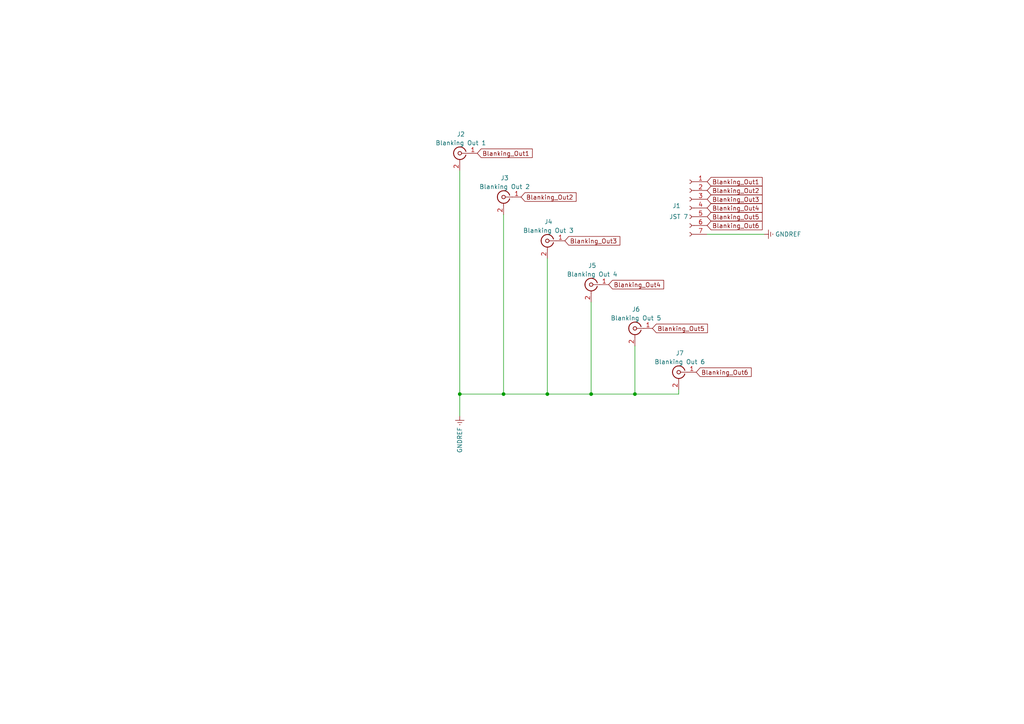
<source format=kicad_sch>
(kicad_sch (version 20211123) (generator eeschema)
  (paper "A4")
  (lib_symbols
    (symbol "Connector:Conn_01x07_Female" (pin_names (offset 1.016) hide)
      (property "Reference" "J" (at 0 10.16 0))
      (property "Value" "Conn_01x07_Female" (at 0 -10.16 0))
      (symbol "Conn_01x07_Female_1_1"
        (arc (start 0 -7.112) (mid -0.508 -7.62) (end 0 -8.128) (stroke (width 0.1524)))
        (arc (start 0 -4.572) (mid -0.508 -5.08) (end 0 -5.588) (stroke (width 0.1524)))
        (arc (start 0 -2.032) (mid -0.508 -2.54) (end 0 -3.048) (stroke (width 0.1524)))
        (polyline (pts (xy -1.27 -7.62) (xy -0.508 -7.62)) (stroke (width 0.1524)))
        (polyline (pts (xy -1.27 -5.08) (xy -0.508 -5.08)) (stroke (width 0.1524)))
        (polyline (pts (xy -1.27 -2.54) (xy -0.508 -2.54)) (stroke (width 0.1524)))
        (polyline (pts (xy -1.27 0) (xy -0.508 0)) (stroke (width 0.1524)))
        (polyline (pts (xy -1.27 2.54) (xy -0.508 2.54)) (stroke (width 0.1524)))
        (polyline (pts (xy -1.27 5.08) (xy -0.508 5.08)) (stroke (width 0.1524)))
        (polyline (pts (xy -1.27 7.62) (xy -0.508 7.62)) (stroke (width 0.1524)))
        (arc (start 0 0.508) (mid -0.508 0) (end 0 -0.508) (stroke (width 0.1524)))
        (arc (start 0 3.048) (mid -0.508 2.54) (end 0 2.032) (stroke (width 0.1524)))
        (arc (start 0 5.588) (mid -0.508 5.08) (end 0 4.572) (stroke (width 0.1524)))
        (arc (start 0 8.128) (mid -0.508 7.62) (end 0 7.112) (stroke (width 0.1524)))
        (pin passive line (at -5.08 7.62 0) (length 3.81) (name "Pin_1") (number "1"))
        (pin passive line (at -5.08 5.08 0) (length 3.81) (name "Pin_2") (number "2"))
        (pin passive line (at -5.08 2.54 0) (length 3.81) (name "Pin_3") (number "3"))
        (pin passive line (at -5.08 0 0) (length 3.81) (name "Pin_4") (number "4"))
        (pin passive line (at -5.08 -2.54 0) (length 3.81) (name "Pin_5") (number "5"))
        (pin passive line (at -5.08 -5.08 0) (length 3.81) (name "Pin_6") (number "6"))
        (pin passive line (at -5.08 -7.62 0) (length 3.81) (name "Pin_7") (number "7"))
      )
    )
    (symbol "Connector:Conn_Coaxial" (pin_names (offset 1.016) hide)
      (property "Reference" "J" (at 0.254 3.048 0))
      (property "Value" "Conn_Coaxial" (at 2.921 0 90))
      (symbol "Conn_Coaxial_0_1"
        (arc (start -1.778 -0.508) (mid 0.2311 -1.8066) (end 1.778 0) (stroke (width 0.254)))
        (polyline (pts (xy -2.54 0) (xy -0.508 0)))
        (polyline (pts (xy 0 -2.54) (xy 0 -1.778)))
        (circle (center 0 0) (radius 0.508) (stroke (width 0.2032)))
        (arc (start 1.778 0) (mid 0.2099 1.8101) (end -1.778 0.508) (stroke (width 0.254)))
      )
      (symbol "Conn_Coaxial_1_1"
        (pin passive line (at -5.08 0 0) (length 2.54) (name "In") (number "1"))
        (pin passive line (at 0 -5.08 90) (length 2.54) (name "Ext") (number "2"))
      )
    )
    (symbol "power:GNDREF" (power) (pin_names (offset 0))
      (property "Value" "GNDREF" (at 0 -3.81 0))
      (symbol "GNDREF_0_1"
        (polyline (pts (xy -0.635 -1.905) (xy 0.635 -1.905)))
        (polyline (pts (xy -0.127 -2.54) (xy 0.127 -2.54)))
        (polyline (pts (xy 0 -1.27) (xy 0 0)))
        (polyline (pts (xy 1.27 -1.27) (xy -1.27 -1.27)))
      )
      (symbol "GNDREF_1_1"
        (pin power_in line (at 0 0 270) (length 0) hide (name "GNDREF") (number "1"))
      )
    )
  )
  (junction (at 184.15 114.3))
  (junction (at 133.35 114.3))
  (junction (at 171.45 114.3))
  (junction (at 158.75 114.3))
  (junction (at 146.05 114.3))
  (wire (pts (xy 133.35 114.3) (xy 133.35 120.65)))
  (wire (pts (xy 133.35 114.3) (xy 146.05 114.3)))
  (wire (pts (xy 184.15 114.3) (xy 196.85 114.3)))
  (wire (pts (xy 146.05 114.3) (xy 158.75 114.3)))
  (wire (pts (xy 196.85 114.3) (xy 196.85 113.03)))
  (wire (pts (xy 171.45 114.3) (xy 184.15 114.3)))
  (wire (pts (xy 133.35 49.53) (xy 133.35 114.3)))
  (wire (pts (xy 171.45 87.63) (xy 171.45 114.3)))
  (wire (pts (xy 184.15 100.33) (xy 184.15 114.3)))
  (wire (pts (xy 158.75 114.3) (xy 171.45 114.3)))
  (wire (pts (xy 158.75 74.93) (xy 158.75 114.3)))
  (wire (pts (xy 205.105 67.945) (xy 221.615 67.945)))
  (wire (pts (xy 146.05 62.23) (xy 146.05 114.3)))
  (global_label "Blanking_Out1" (shape input) (at 205.105 52.705 0) (property "Intersheet References" "${INTERSHEET_REFS}" (effects hide)))
  (global_label "Blanking_Out3" (shape input) (at 205.105 57.785 0) (property "Intersheet References" "${INTERSHEET_REFS}" (effects hide)))
  (global_label "Blanking_Out1" (shape input) (at 138.43 44.45 0) (property "Intersheet References" "${INTERSHEET_REFS}" (effects hide)))
  (global_label "Blanking_Out2" (shape input) (at 205.105 55.245 0) (property "Intersheet References" "${INTERSHEET_REFS}" (effects hide)))
  (global_label "Blanking_Out5" (shape input) (at 205.105 62.865 0) (property "Intersheet References" "${INTERSHEET_REFS}" (effects hide)))
  (global_label "Blanking_Out3" (shape input) (at 163.83 69.85 0) (property "Intersheet References" "${INTERSHEET_REFS}" (effects hide)))
  (global_label "Blanking_Out4" (shape input) (at 176.53 82.55 0) (property "Intersheet References" "${INTERSHEET_REFS}" (effects hide)))
  (global_label "Blanking_Out5" (shape input) (at 189.23 95.25 0) (property "Intersheet References" "${INTERSHEET_REFS}" (effects hide)))
  (global_label "Blanking_Out4" (shape input) (at 205.105 60.325 0) (property "Intersheet References" "${INTERSHEET_REFS}" (effects hide)))
  (global_label "Blanking_Out6" (shape input) (at 201.93 107.95 0) (property "Intersheet References" "${INTERSHEET_REFS}" (effects hide)))
  (global_label "Blanking_Out6" (shape input) (at 205.105 65.405 0) (property "Intersheet References" "${INTERSHEET_REFS}" (effects hide)))
  (global_label "Blanking_Out2" (shape input) (at 151.13 57.15 0) (property "Intersheet References" "${INTERSHEET_REFS}" (effects hide)))
  (symbol (lib_id "power:GNDREF") (at 133.35 120.65 0) (unit 1)
    (property "Reference" "#PWR0102" (effects hide))
    (property "Value" "GNDREF" (at 133.35 127.635 90))
  )
  (symbol (lib_id "Connector:Conn_Coaxial") (at 171.45 82.55 0) (mirror y) (unit 1)
    (property "Reference" "J5" (at 171.7674 77.0236 0))
    (property "Value" "Blanking Out 4" (at 171.7674 79.5605 0))
    (property "Footprint" "Maxime:BNC_Socket_TYCO-AMP_LargePads" (effects hide))
    (property "Datasheet" " ~" (effects hide))
  )
  (symbol (lib_id "Connector:Conn_Coaxial") (at 133.35 44.45 0) (mirror y) (unit 1)
    (property "Reference" "J2" (at 133.6674 38.9236 0))
    (property "Value" "Blanking Out 1" (at 133.6674 41.4605 0))
    (property "Footprint" "Maxime:BNC_Socket_TYCO-AMP_LargePads" (effects hide))
    (property "Datasheet" " ~" (effects hide))
  )
  (symbol (lib_id "Connector:Conn_Coaxial") (at 158.75 69.85 0) (mirror y) (unit 1)
    (property "Reference" "J4" (at 159.0674 64.3236 0))
    (property "Value" "Blanking Out 3" (at 159.0674 66.8605 0))
    (property "Footprint" "Maxime:BNC_Socket_TYCO-AMP_LargePads" (effects hide))
    (property "Datasheet" " ~" (effects hide))
  )
  (symbol (lib_id "Connector:Conn_Coaxial") (at 146.05 57.15 0) (mirror y) (unit 1)
    (property "Reference" "J3" (at 146.3674 51.6236 0))
    (property "Value" "Blanking Out 2" (at 146.3674 54.1605 0))
    (property "Footprint" "Maxime:BNC_Socket_TYCO-AMP_LargePads" (effects hide))
    (property "Datasheet" " ~" (effects hide))
  )
  (symbol (lib_id "power:GNDREF") (at 221.615 67.945 90) (unit 1)
    (property "Reference" "#PWR0101" (effects hide))
    (property "Value" "GNDREF" (at 228.6 67.945 90))
  )
  (symbol (lib_id "Connector:Conn_Coaxial") (at 196.85 107.95 0) (mirror y) (unit 1)
    (property "Reference" "J7" (at 197.1674 102.4236 0))
    (property "Value" "Blanking Out 6" (at 197.1674 104.9605 0))
    (property "Footprint" "Maxime:BNC_Socket_TYCO-AMP_LargePads" (effects hide))
    (property "Datasheet" " ~" (effects hide))
  )
  (symbol (lib_id "Connector:Conn_01x07_Female") (at 200.025 60.325 0) (mirror y) (unit 1)
    (property "Reference" "J1" (at 196.215 59.69 0))
    (property "Value" "JST 7 " (at 196.85 62.865 0))
    (property "Footprint" "Connector_JST:JST_XH_B7B-XH-A_1x07_P2.50mm_Vertical" (effects hide))
  )
  (symbol (lib_id "Connector:Conn_Coaxial") (at 184.15 95.25 0) (mirror y) (unit 1)
    (property "Reference" "J6" (at 184.4674 89.7236 0))
    (property "Value" "Blanking Out 5" (at 184.4674 92.2605 0))
    (property "Footprint" "Maxime:BNC_Socket_TYCO-AMP_LargePads" (effects hide))
    (property "Datasheet" " ~" (effects hide))
  )
)
</source>
